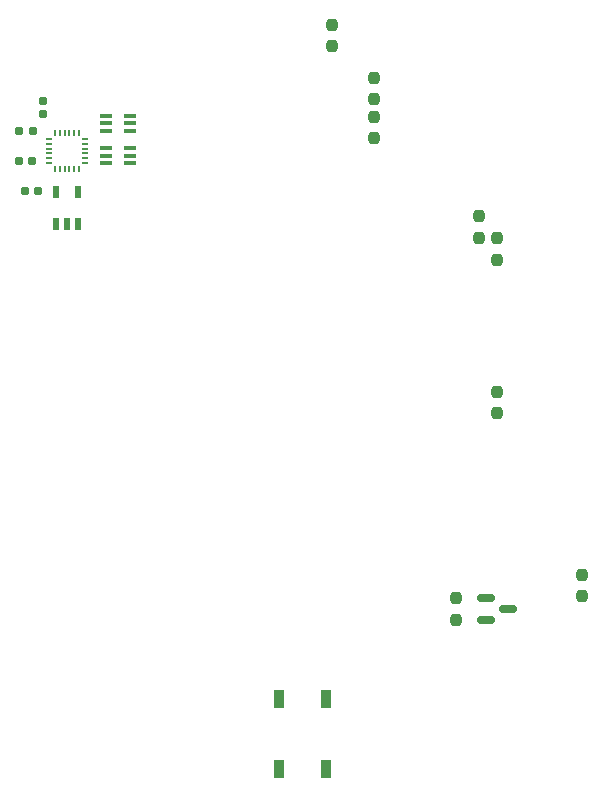
<source format=gtp>
G04 #@! TF.GenerationSoftware,KiCad,Pcbnew,9.0.0*
G04 #@! TF.CreationDate,2025-04-22T19:19:30+02:00*
G04 #@! TF.ProjectId,bio_robots,62696f5f-726f-4626-9f74-732e6b696361,rev?*
G04 #@! TF.SameCoordinates,Original*
G04 #@! TF.FileFunction,Paste,Top*
G04 #@! TF.FilePolarity,Positive*
%FSLAX46Y46*%
G04 Gerber Fmt 4.6, Leading zero omitted, Abs format (unit mm)*
G04 Created by KiCad (PCBNEW 9.0.0) date 2025-04-22 19:19:30*
%MOMM*%
%LPD*%
G01*
G04 APERTURE LIST*
G04 Aperture macros list*
%AMRoundRect*
0 Rectangle with rounded corners*
0 $1 Rounding radius*
0 $2 $3 $4 $5 $6 $7 $8 $9 X,Y pos of 4 corners*
0 Add a 4 corners polygon primitive as box body*
4,1,4,$2,$3,$4,$5,$6,$7,$8,$9,$2,$3,0*
0 Add four circle primitives for the rounded corners*
1,1,$1+$1,$2,$3*
1,1,$1+$1,$4,$5*
1,1,$1+$1,$6,$7*
1,1,$1+$1,$8,$9*
0 Add four rect primitives between the rounded corners*
20,1,$1+$1,$2,$3,$4,$5,0*
20,1,$1+$1,$4,$5,$6,$7,0*
20,1,$1+$1,$6,$7,$8,$9,0*
20,1,$1+$1,$8,$9,$2,$3,0*%
G04 Aperture macros list end*
%ADD10RoundRect,0.237500X-0.237500X0.250000X-0.237500X-0.250000X0.237500X-0.250000X0.237500X0.250000X0*%
%ADD11RoundRect,0.237500X0.237500X-0.250000X0.237500X0.250000X-0.237500X0.250000X-0.237500X-0.250000X0*%
%ADD12RoundRect,0.160000X0.197500X0.160000X-0.197500X0.160000X-0.197500X-0.160000X0.197500X-0.160000X0*%
%ADD13R,1.000000X0.400000*%
%ADD14R,0.900000X1.550000*%
%ADD15R,0.599999X1.000000*%
%ADD16RoundRect,0.155000X0.212500X0.155000X-0.212500X0.155000X-0.212500X-0.155000X0.212500X-0.155000X0*%
%ADD17RoundRect,0.155000X0.155000X-0.212500X0.155000X0.212500X-0.155000X0.212500X-0.155000X-0.212500X0*%
%ADD18RoundRect,0.150000X-0.587500X-0.150000X0.587500X-0.150000X0.587500X0.150000X-0.587500X0.150000X0*%
%ADD19RoundRect,0.050000X-0.050000X0.225000X-0.050000X-0.225000X0.050000X-0.225000X0.050000X0.225000X0*%
%ADD20RoundRect,0.050000X-0.225000X-0.050000X0.225000X-0.050000X0.225000X0.050000X-0.225000X0.050000X0*%
G04 APERTURE END LIST*
D10*
X111500000Y-111087500D03*
X111500000Y-112912500D03*
D11*
X109990000Y-98025000D03*
X109990000Y-96200000D03*
D12*
X72197500Y-89000000D03*
X71002500Y-89000000D03*
D13*
X80400000Y-91750000D03*
X80400000Y-91100000D03*
X80400000Y-90450000D03*
X78400000Y-90450000D03*
X78400000Y-91100000D03*
X78400000Y-91750000D03*
D14*
X97040000Y-137056362D03*
X93040000Y-137056362D03*
X93040000Y-143006362D03*
X97040000Y-143006362D03*
D15*
X74149999Y-96875001D03*
X75100000Y-96875001D03*
X76049998Y-96875001D03*
X76049998Y-94125001D03*
X74149999Y-94125001D03*
D16*
X72667500Y-94067500D03*
X71532500Y-94067500D03*
D17*
X73100000Y-87567500D03*
X73100000Y-86432500D03*
D10*
X101100000Y-84487500D03*
X101100000Y-86312500D03*
D11*
X118700000Y-128412500D03*
X118700000Y-126587500D03*
D18*
X110600000Y-128500000D03*
X110600000Y-130400000D03*
X112475000Y-129450000D03*
D16*
X72167500Y-91500000D03*
X71032500Y-91500000D03*
D10*
X101100000Y-87787500D03*
X101100000Y-89612500D03*
D11*
X97500000Y-81825000D03*
X97500000Y-80000000D03*
D19*
X76100000Y-89200000D03*
X75700000Y-89200000D03*
X75300000Y-89200000D03*
X74900000Y-89200000D03*
X74500000Y-89200000D03*
X74100000Y-89200000D03*
D20*
X73600000Y-89700000D03*
X73600000Y-90100000D03*
X73600000Y-90500000D03*
X73600000Y-90900000D03*
X73600000Y-91300000D03*
X73600000Y-91700000D03*
D19*
X74100000Y-92200000D03*
X74500000Y-92200000D03*
X74900000Y-92200000D03*
X75300000Y-92200000D03*
X75700000Y-92200000D03*
X76100000Y-92200000D03*
D20*
X76600000Y-91700000D03*
X76600000Y-91300000D03*
X76600000Y-90900000D03*
X76600000Y-90500000D03*
X76600000Y-90100000D03*
X76600000Y-89700000D03*
D11*
X111500000Y-99912500D03*
X111500000Y-98087500D03*
X108000000Y-130362500D03*
X108000000Y-128537500D03*
D13*
X80400000Y-89000000D03*
X80400000Y-88350000D03*
X80400000Y-87700000D03*
X78400000Y-87700000D03*
X78400000Y-88350000D03*
X78400000Y-89000000D03*
M02*

</source>
